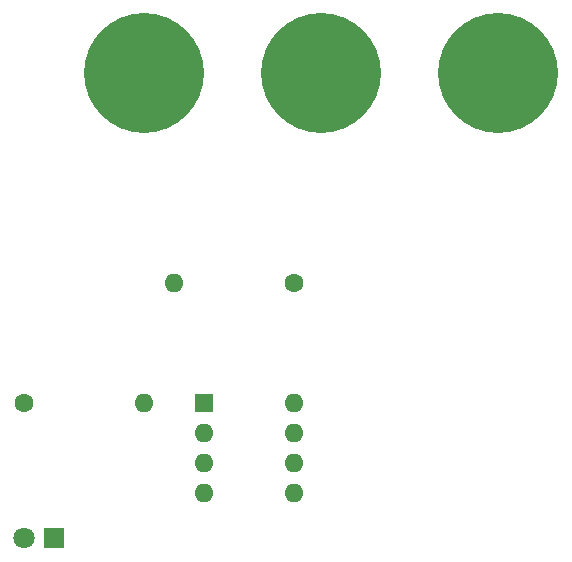
<source format=gbr>
G04 #@! TF.FileFunction,Soldermask,Bot*
%FSLAX46Y46*%
G04 Gerber Fmt 4.6, Leading zero omitted, Abs format (unit mm)*
G04 Created by KiCad (PCBNEW 4.0.6) date Wednesday, July 05, 2017 'PMt' 10:08:47 PM*
%MOMM*%
%LPD*%
G01*
G04 APERTURE LIST*
%ADD10C,0.100000*%
%ADD11R,1.800000X1.800000*%
%ADD12C,1.800000*%
%ADD13C,10.160000*%
%ADD14C,1.600000*%
%ADD15O,1.600000X1.600000*%
%ADD16R,1.600000X1.600000*%
G04 APERTURE END LIST*
D10*
D11*
X149860000Y-139700000D03*
D12*
X147320000Y-139700000D03*
D13*
X157480000Y-100330000D03*
X187450000Y-100330000D03*
X172470000Y-100330000D03*
D14*
X170180000Y-118110000D03*
D15*
X160020000Y-118110000D03*
D14*
X147320000Y-128270000D03*
D15*
X157480000Y-128270000D03*
D16*
X162560000Y-128270000D03*
D15*
X170180000Y-135890000D03*
X162560000Y-130810000D03*
X170180000Y-133350000D03*
X162560000Y-133350000D03*
X170180000Y-130810000D03*
X162560000Y-135890000D03*
X170180000Y-128270000D03*
M02*

</source>
